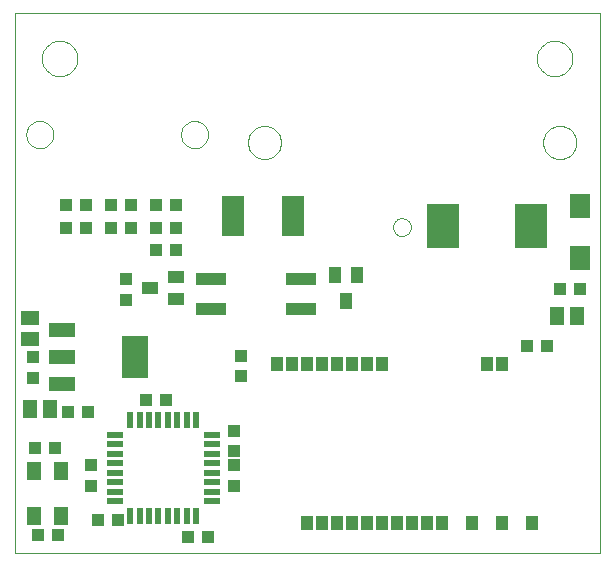
<source format=gtp>
G75*
G70*
%OFA0B0*%
%FSLAX24Y24*%
%IPPOS*%
%LPD*%
%AMOC8*
5,1,8,0,0,1.08239X$1,22.5*
%
%ADD10C,0.0000*%
%ADD11R,0.0394X0.0472*%
%ADD12R,0.0748X0.1339*%
%ADD13R,0.0880X0.0480*%
%ADD14R,0.0866X0.1417*%
%ADD15R,0.0591X0.0512*%
%ADD16R,0.0512X0.0591*%
%ADD17R,0.0390X0.0400*%
%ADD18R,0.0394X0.0394*%
%ADD19R,0.0551X0.0394*%
%ADD20R,0.0197X0.0571*%
%ADD21R,0.0571X0.0197*%
%ADD22R,0.0400X0.0390*%
%ADD23R,0.0512X0.0630*%
%ADD24R,0.0709X0.0827*%
%ADD25R,0.1102X0.1496*%
%ADD26R,0.0394X0.0551*%
%ADD27R,0.0984X0.0394*%
D10*
X003588Y000907D02*
X003588Y018907D01*
X023088Y018907D01*
X023088Y000907D01*
X003588Y000907D01*
X016202Y011786D02*
X016204Y011820D01*
X016210Y011854D01*
X016220Y011887D01*
X016233Y011918D01*
X016251Y011948D01*
X016271Y011976D01*
X016295Y012001D01*
X016321Y012023D01*
X016349Y012041D01*
X016380Y012057D01*
X016412Y012069D01*
X016446Y012077D01*
X016480Y012081D01*
X016514Y012081D01*
X016548Y012077D01*
X016582Y012069D01*
X016614Y012057D01*
X016644Y012041D01*
X016673Y012023D01*
X016699Y012001D01*
X016723Y011976D01*
X016743Y011948D01*
X016761Y011918D01*
X016774Y011887D01*
X016784Y011854D01*
X016790Y011820D01*
X016792Y011786D01*
X016790Y011752D01*
X016784Y011718D01*
X016774Y011685D01*
X016761Y011654D01*
X016743Y011624D01*
X016723Y011596D01*
X016699Y011571D01*
X016673Y011549D01*
X016645Y011531D01*
X016614Y011515D01*
X016582Y011503D01*
X016548Y011495D01*
X016514Y011491D01*
X016480Y011491D01*
X016446Y011495D01*
X016412Y011503D01*
X016380Y011515D01*
X016349Y011531D01*
X016321Y011549D01*
X016295Y011571D01*
X016271Y011596D01*
X016251Y011624D01*
X016233Y011654D01*
X016220Y011685D01*
X016210Y011718D01*
X016204Y011752D01*
X016202Y011786D01*
X011366Y014607D02*
X011368Y014654D01*
X011374Y014700D01*
X011384Y014746D01*
X011397Y014791D01*
X011415Y014834D01*
X011436Y014876D01*
X011460Y014916D01*
X011488Y014953D01*
X011519Y014988D01*
X011553Y015021D01*
X011589Y015050D01*
X011628Y015076D01*
X011669Y015099D01*
X011712Y015118D01*
X011756Y015134D01*
X011801Y015146D01*
X011847Y015154D01*
X011894Y015158D01*
X011940Y015158D01*
X011987Y015154D01*
X012033Y015146D01*
X012078Y015134D01*
X012122Y015118D01*
X012165Y015099D01*
X012206Y015076D01*
X012245Y015050D01*
X012281Y015021D01*
X012315Y014988D01*
X012346Y014953D01*
X012374Y014916D01*
X012398Y014876D01*
X012419Y014834D01*
X012437Y014791D01*
X012450Y014746D01*
X012460Y014700D01*
X012466Y014654D01*
X012468Y014607D01*
X012466Y014560D01*
X012460Y014514D01*
X012450Y014468D01*
X012437Y014423D01*
X012419Y014380D01*
X012398Y014338D01*
X012374Y014298D01*
X012346Y014261D01*
X012315Y014226D01*
X012281Y014193D01*
X012245Y014164D01*
X012206Y014138D01*
X012165Y014115D01*
X012122Y014096D01*
X012078Y014080D01*
X012033Y014068D01*
X011987Y014060D01*
X011940Y014056D01*
X011894Y014056D01*
X011847Y014060D01*
X011801Y014068D01*
X011756Y014080D01*
X011712Y014096D01*
X011669Y014115D01*
X011628Y014138D01*
X011589Y014164D01*
X011553Y014193D01*
X011519Y014226D01*
X011488Y014261D01*
X011460Y014298D01*
X011436Y014338D01*
X011415Y014380D01*
X011397Y014423D01*
X011384Y014468D01*
X011374Y014514D01*
X011368Y014560D01*
X011366Y014607D01*
X009133Y014870D02*
X009135Y014912D01*
X009141Y014954D01*
X009151Y014996D01*
X009164Y015036D01*
X009182Y015075D01*
X009203Y015112D01*
X009227Y015146D01*
X009255Y015179D01*
X009285Y015209D01*
X009318Y015235D01*
X009353Y015259D01*
X009391Y015279D01*
X009430Y015295D01*
X009470Y015308D01*
X009512Y015317D01*
X009554Y015322D01*
X009597Y015323D01*
X009639Y015320D01*
X009681Y015313D01*
X009722Y015302D01*
X009762Y015287D01*
X009800Y015269D01*
X009837Y015247D01*
X009871Y015222D01*
X009903Y015194D01*
X009931Y015163D01*
X009957Y015129D01*
X009980Y015093D01*
X009999Y015056D01*
X010015Y015016D01*
X010027Y014975D01*
X010035Y014934D01*
X010039Y014891D01*
X010039Y014849D01*
X010035Y014806D01*
X010027Y014765D01*
X010015Y014724D01*
X009999Y014684D01*
X009980Y014647D01*
X009957Y014611D01*
X009931Y014577D01*
X009903Y014546D01*
X009871Y014518D01*
X009837Y014493D01*
X009800Y014471D01*
X009762Y014453D01*
X009722Y014438D01*
X009681Y014427D01*
X009639Y014420D01*
X009597Y014417D01*
X009554Y014418D01*
X009512Y014423D01*
X009470Y014432D01*
X009430Y014445D01*
X009391Y014461D01*
X009353Y014481D01*
X009318Y014505D01*
X009285Y014531D01*
X009255Y014561D01*
X009227Y014594D01*
X009203Y014628D01*
X009182Y014665D01*
X009164Y014704D01*
X009151Y014744D01*
X009141Y014786D01*
X009135Y014828D01*
X009133Y014870D01*
X004497Y017407D02*
X004499Y017455D01*
X004505Y017503D01*
X004515Y017550D01*
X004528Y017596D01*
X004546Y017641D01*
X004566Y017685D01*
X004591Y017727D01*
X004619Y017766D01*
X004649Y017803D01*
X004683Y017837D01*
X004720Y017869D01*
X004758Y017898D01*
X004799Y017923D01*
X004842Y017945D01*
X004887Y017963D01*
X004933Y017977D01*
X004980Y017988D01*
X005028Y017995D01*
X005076Y017998D01*
X005124Y017997D01*
X005172Y017992D01*
X005220Y017983D01*
X005266Y017971D01*
X005311Y017954D01*
X005355Y017934D01*
X005397Y017911D01*
X005437Y017884D01*
X005475Y017854D01*
X005510Y017821D01*
X005542Y017785D01*
X005572Y017747D01*
X005598Y017706D01*
X005620Y017663D01*
X005640Y017619D01*
X005655Y017574D01*
X005667Y017527D01*
X005675Y017479D01*
X005679Y017431D01*
X005679Y017383D01*
X005675Y017335D01*
X005667Y017287D01*
X005655Y017240D01*
X005640Y017195D01*
X005620Y017151D01*
X005598Y017108D01*
X005572Y017067D01*
X005542Y017029D01*
X005510Y016993D01*
X005475Y016960D01*
X005437Y016930D01*
X005397Y016903D01*
X005355Y016880D01*
X005311Y016860D01*
X005266Y016843D01*
X005220Y016831D01*
X005172Y016822D01*
X005124Y016817D01*
X005076Y016816D01*
X005028Y016819D01*
X004980Y016826D01*
X004933Y016837D01*
X004887Y016851D01*
X004842Y016869D01*
X004799Y016891D01*
X004758Y016916D01*
X004720Y016945D01*
X004683Y016977D01*
X004649Y017011D01*
X004619Y017048D01*
X004591Y017087D01*
X004566Y017129D01*
X004546Y017173D01*
X004528Y017218D01*
X004515Y017264D01*
X004505Y017311D01*
X004499Y017359D01*
X004497Y017407D01*
X003976Y014870D02*
X003978Y014912D01*
X003984Y014954D01*
X003994Y014996D01*
X004007Y015036D01*
X004025Y015075D01*
X004046Y015112D01*
X004070Y015146D01*
X004098Y015179D01*
X004128Y015209D01*
X004161Y015235D01*
X004196Y015259D01*
X004234Y015279D01*
X004273Y015295D01*
X004313Y015308D01*
X004355Y015317D01*
X004397Y015322D01*
X004440Y015323D01*
X004482Y015320D01*
X004524Y015313D01*
X004565Y015302D01*
X004605Y015287D01*
X004643Y015269D01*
X004680Y015247D01*
X004714Y015222D01*
X004746Y015194D01*
X004774Y015163D01*
X004800Y015129D01*
X004823Y015093D01*
X004842Y015056D01*
X004858Y015016D01*
X004870Y014975D01*
X004878Y014934D01*
X004882Y014891D01*
X004882Y014849D01*
X004878Y014806D01*
X004870Y014765D01*
X004858Y014724D01*
X004842Y014684D01*
X004823Y014647D01*
X004800Y014611D01*
X004774Y014577D01*
X004746Y014546D01*
X004714Y014518D01*
X004680Y014493D01*
X004643Y014471D01*
X004605Y014453D01*
X004565Y014438D01*
X004524Y014427D01*
X004482Y014420D01*
X004440Y014417D01*
X004397Y014418D01*
X004355Y014423D01*
X004313Y014432D01*
X004273Y014445D01*
X004234Y014461D01*
X004196Y014481D01*
X004161Y014505D01*
X004128Y014531D01*
X004098Y014561D01*
X004070Y014594D01*
X004046Y014628D01*
X004025Y014665D01*
X004007Y014704D01*
X003994Y014744D01*
X003984Y014786D01*
X003978Y014828D01*
X003976Y014870D01*
X021208Y014607D02*
X021210Y014654D01*
X021216Y014700D01*
X021226Y014746D01*
X021239Y014791D01*
X021257Y014834D01*
X021278Y014876D01*
X021302Y014916D01*
X021330Y014953D01*
X021361Y014988D01*
X021395Y015021D01*
X021431Y015050D01*
X021470Y015076D01*
X021511Y015099D01*
X021554Y015118D01*
X021598Y015134D01*
X021643Y015146D01*
X021689Y015154D01*
X021736Y015158D01*
X021782Y015158D01*
X021829Y015154D01*
X021875Y015146D01*
X021920Y015134D01*
X021964Y015118D01*
X022007Y015099D01*
X022048Y015076D01*
X022087Y015050D01*
X022123Y015021D01*
X022157Y014988D01*
X022188Y014953D01*
X022216Y014916D01*
X022240Y014876D01*
X022261Y014834D01*
X022279Y014791D01*
X022292Y014746D01*
X022302Y014700D01*
X022308Y014654D01*
X022310Y014607D01*
X022308Y014560D01*
X022302Y014514D01*
X022292Y014468D01*
X022279Y014423D01*
X022261Y014380D01*
X022240Y014338D01*
X022216Y014298D01*
X022188Y014261D01*
X022157Y014226D01*
X022123Y014193D01*
X022087Y014164D01*
X022048Y014138D01*
X022007Y014115D01*
X021964Y014096D01*
X021920Y014080D01*
X021875Y014068D01*
X021829Y014060D01*
X021782Y014056D01*
X021736Y014056D01*
X021689Y014060D01*
X021643Y014068D01*
X021598Y014080D01*
X021554Y014096D01*
X021511Y014115D01*
X021470Y014138D01*
X021431Y014164D01*
X021395Y014193D01*
X021361Y014226D01*
X021330Y014261D01*
X021302Y014298D01*
X021278Y014338D01*
X021257Y014380D01*
X021239Y014423D01*
X021226Y014468D01*
X021216Y014514D01*
X021210Y014560D01*
X021208Y014607D01*
X020997Y017407D02*
X020999Y017455D01*
X021005Y017503D01*
X021015Y017550D01*
X021028Y017596D01*
X021046Y017641D01*
X021066Y017685D01*
X021091Y017727D01*
X021119Y017766D01*
X021149Y017803D01*
X021183Y017837D01*
X021220Y017869D01*
X021258Y017898D01*
X021299Y017923D01*
X021342Y017945D01*
X021387Y017963D01*
X021433Y017977D01*
X021480Y017988D01*
X021528Y017995D01*
X021576Y017998D01*
X021624Y017997D01*
X021672Y017992D01*
X021720Y017983D01*
X021766Y017971D01*
X021811Y017954D01*
X021855Y017934D01*
X021897Y017911D01*
X021937Y017884D01*
X021975Y017854D01*
X022010Y017821D01*
X022042Y017785D01*
X022072Y017747D01*
X022098Y017706D01*
X022120Y017663D01*
X022140Y017619D01*
X022155Y017574D01*
X022167Y017527D01*
X022175Y017479D01*
X022179Y017431D01*
X022179Y017383D01*
X022175Y017335D01*
X022167Y017287D01*
X022155Y017240D01*
X022140Y017195D01*
X022120Y017151D01*
X022098Y017108D01*
X022072Y017067D01*
X022042Y017029D01*
X022010Y016993D01*
X021975Y016960D01*
X021937Y016930D01*
X021897Y016903D01*
X021855Y016880D01*
X021811Y016860D01*
X021766Y016843D01*
X021720Y016831D01*
X021672Y016822D01*
X021624Y016817D01*
X021576Y016816D01*
X021528Y016819D01*
X021480Y016826D01*
X021433Y016837D01*
X021387Y016851D01*
X021342Y016869D01*
X021299Y016891D01*
X021258Y016916D01*
X021220Y016945D01*
X021183Y016977D01*
X021149Y017011D01*
X021119Y017048D01*
X021091Y017087D01*
X021066Y017129D01*
X021046Y017173D01*
X021028Y017218D01*
X021015Y017264D01*
X021005Y017311D01*
X020999Y017359D01*
X020997Y017407D01*
D11*
X019818Y007240D03*
X019318Y007240D03*
X015818Y007240D03*
X015318Y007240D03*
X014818Y007240D03*
X014318Y007240D03*
X013818Y007240D03*
X013318Y007240D03*
X012818Y007240D03*
X012318Y007240D03*
X013318Y001940D03*
X013818Y001940D03*
X014318Y001940D03*
X014818Y001940D03*
X015318Y001940D03*
X015818Y001940D03*
X016318Y001940D03*
X016818Y001940D03*
X017318Y001940D03*
X017818Y001940D03*
X018818Y001940D03*
X019818Y001940D03*
X020818Y001940D03*
D12*
X012878Y012157D03*
X010870Y012157D03*
D13*
X005168Y008367D03*
X005168Y007457D03*
X005168Y006547D03*
D14*
X007608Y007457D03*
D15*
X004088Y008072D03*
X004088Y008742D03*
D16*
X004103Y005707D03*
X004773Y005707D03*
X021653Y008807D03*
X022323Y008807D03*
D17*
X022423Y009707D03*
X021753Y009707D03*
X021323Y007807D03*
X020653Y007807D03*
X008973Y011007D03*
X008303Y011007D03*
X008303Y011757D03*
X008973Y011757D03*
X007473Y011757D03*
X006803Y011757D03*
X005973Y011757D03*
X005303Y011757D03*
D18*
X005303Y012507D03*
X005973Y012507D03*
X006803Y012507D03*
X007473Y012507D03*
X008303Y012507D03*
X008973Y012507D03*
X007288Y010042D03*
X007288Y009372D03*
X004188Y007442D03*
X004188Y006772D03*
X005353Y005607D03*
X006023Y005607D03*
X004923Y004407D03*
X004253Y004407D03*
X006138Y003842D03*
X006138Y003172D03*
X006353Y002007D03*
X007023Y002007D03*
X005023Y001507D03*
X004353Y001507D03*
X009353Y001457D03*
X010023Y001457D03*
X010888Y003172D03*
X010888Y003842D03*
X008623Y006007D03*
X007953Y006007D03*
D19*
X008971Y009383D03*
X008971Y010131D03*
X008105Y009757D03*
D20*
X008066Y005371D03*
X008381Y005371D03*
X008696Y005371D03*
X009010Y005371D03*
X009325Y005371D03*
X009640Y005371D03*
X007751Y005371D03*
X007436Y005371D03*
X007436Y002143D03*
X007751Y002143D03*
X008066Y002143D03*
X008381Y002143D03*
X008696Y002143D03*
X009010Y002143D03*
X009325Y002143D03*
X009640Y002143D03*
D21*
X010152Y002655D03*
X010152Y002970D03*
X010152Y003285D03*
X010152Y003600D03*
X010152Y003915D03*
X010152Y004230D03*
X010152Y004544D03*
X010152Y004859D03*
X006924Y004859D03*
X006924Y004544D03*
X006924Y004230D03*
X006924Y003915D03*
X006924Y003600D03*
X006924Y003285D03*
X006924Y002970D03*
X006924Y002655D03*
D22*
X010888Y004322D03*
X010888Y004992D03*
X011138Y006822D03*
X011138Y007492D03*
D23*
X005149Y003668D03*
X004244Y003668D03*
X004244Y002172D03*
X005149Y002172D03*
D24*
X022438Y010752D03*
X022438Y012484D03*
D25*
X020795Y011807D03*
X017881Y011807D03*
D26*
X015012Y010190D03*
X014264Y010190D03*
X014638Y009324D03*
D27*
X013124Y009065D03*
X013124Y010050D03*
X010132Y010050D03*
X010132Y009065D03*
M02*

</source>
